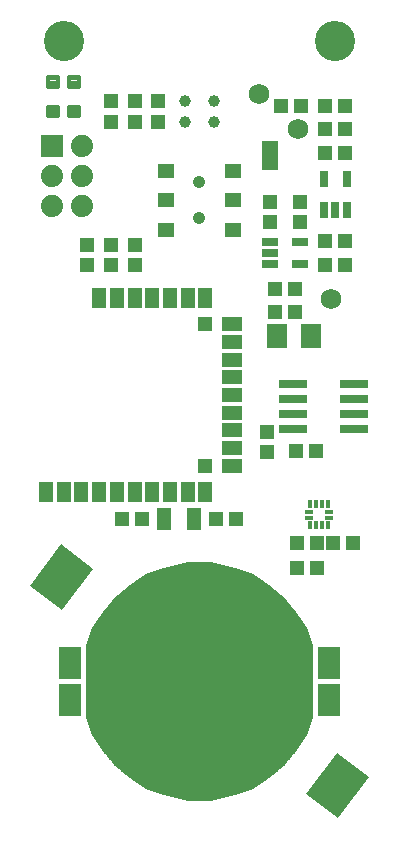
<source format=gbr>
G75*
%MOIN*%
%OFA0B0*%
%FSLAX25Y25*%
%IPPOS*%
%LPD*%
%AMOC8*
5,1,8,0,0,1.08239X$1,22.5*
%
%ADD10C,0.13398*%
%ADD11C,0.01421*%
%ADD12R,0.05131X0.04737*%
%ADD13R,0.07800X0.10800*%
%ADD14C,0.32296*%
%ADD15C,0.00500*%
%ADD16R,0.07099X0.07887*%
%ADD17R,0.04737X0.05131*%
%ADD18R,0.05524X0.02965*%
%ADD19R,0.05131X0.07493*%
%ADD20R,0.05800X0.03300*%
%ADD21R,0.04737X0.06706*%
%ADD22R,0.06706X0.04737*%
%ADD23R,0.04737X0.04737*%
%ADD24R,0.02965X0.05524*%
%ADD25C,0.03950*%
%ADD26R,0.07400X0.07400*%
%ADD27C,0.07400*%
%ADD28C,0.06800*%
%ADD29R,0.13398X0.17335*%
%ADD30R,0.09461X0.03162*%
%ADD31R,0.05328X0.04737*%
%ADD32C,0.04146*%
%ADD33R,0.01784X0.02769*%
%ADD34R,0.02769X0.01784*%
D10*
X0013780Y0261811D03*
X0104331Y0261811D03*
D11*
X0011985Y0239847D02*
X0011985Y0236531D01*
X0008669Y0236531D01*
X0008669Y0239847D01*
X0011985Y0239847D01*
X0011985Y0237951D02*
X0008669Y0237951D01*
X0008669Y0239371D02*
X0011985Y0239371D01*
X0018890Y0239847D02*
X0018890Y0236531D01*
X0015574Y0236531D01*
X0015574Y0239847D01*
X0018890Y0239847D01*
X0018890Y0237951D02*
X0015574Y0237951D01*
X0015574Y0239371D02*
X0018890Y0239371D01*
X0011985Y0249689D02*
X0011985Y0246373D01*
X0008669Y0246373D01*
X0008669Y0249689D01*
X0011985Y0249689D01*
X0011985Y0247793D02*
X0008669Y0247793D01*
X0008669Y0249213D02*
X0011985Y0249213D01*
X0018890Y0249689D02*
X0018890Y0246373D01*
X0015574Y0246373D01*
X0015574Y0249689D01*
X0018890Y0249689D01*
X0018890Y0247793D02*
X0015574Y0247793D01*
X0015574Y0249213D02*
X0018890Y0249213D01*
D12*
X0029528Y0241535D03*
X0029528Y0234843D03*
X0037402Y0241535D03*
X0037402Y0234843D03*
X0107677Y0232283D03*
X0100984Y0232283D03*
X0091142Y0125000D03*
X0097835Y0125000D03*
X0039764Y0102362D03*
X0033071Y0102362D03*
X0064567Y0102362D03*
X0071260Y0102362D03*
X0084252Y0179134D03*
X0090945Y0179134D03*
X0086220Y0240157D03*
X0092913Y0240157D03*
X0021654Y0187106D03*
X0021654Y0193799D03*
X0084252Y0171260D03*
X0090945Y0171260D03*
X0037402Y0187106D03*
X0037402Y0193799D03*
X0098327Y0094488D03*
X0091634Y0094488D03*
X0098327Y0086122D03*
X0091634Y0086122D03*
X0103445Y0094488D03*
X0110138Y0094488D03*
D13*
X0015748Y0054331D03*
X0102362Y0054331D03*
X0015748Y0042126D03*
X0102362Y0042126D03*
D14*
X0059055Y0048228D03*
D15*
X0059055Y0087598D02*
X0055118Y0087598D01*
X0047244Y0085630D01*
X0041339Y0083661D01*
X0035433Y0079724D01*
X0031102Y0076181D01*
X0027559Y0071850D01*
X0023622Y0065945D01*
X0021654Y0060039D01*
X0021654Y0048228D01*
X0059055Y0048228D01*
X0059055Y0087598D01*
X0059055Y0048356D02*
X0021654Y0048356D01*
X0021654Y0048854D02*
X0059055Y0048854D01*
X0059055Y0049353D02*
X0021654Y0049353D01*
X0021654Y0049851D02*
X0059055Y0049851D01*
X0059055Y0050350D02*
X0021654Y0050350D01*
X0021654Y0050848D02*
X0059055Y0050848D01*
X0059055Y0051347D02*
X0021654Y0051347D01*
X0021654Y0051845D02*
X0059055Y0051845D01*
X0059055Y0052344D02*
X0021654Y0052344D01*
X0021654Y0052842D02*
X0059055Y0052842D01*
X0059055Y0053341D02*
X0021654Y0053341D01*
X0021654Y0053839D02*
X0059055Y0053839D01*
X0059055Y0054338D02*
X0021654Y0054338D01*
X0021654Y0054836D02*
X0059055Y0054836D01*
X0059055Y0055335D02*
X0021654Y0055335D01*
X0021654Y0055833D02*
X0059055Y0055833D01*
X0059055Y0056332D02*
X0021654Y0056332D01*
X0021654Y0056830D02*
X0059055Y0056830D01*
X0059055Y0057329D02*
X0021654Y0057329D01*
X0021654Y0057827D02*
X0059055Y0057827D01*
X0059055Y0058326D02*
X0021654Y0058326D01*
X0021654Y0058824D02*
X0059055Y0058824D01*
X0059055Y0059323D02*
X0021654Y0059323D01*
X0021654Y0059821D02*
X0059055Y0059821D01*
X0059055Y0060320D02*
X0021747Y0060320D01*
X0021913Y0060818D02*
X0059055Y0060818D01*
X0059055Y0061317D02*
X0022079Y0061317D01*
X0022246Y0061815D02*
X0059055Y0061815D01*
X0059055Y0062314D02*
X0022412Y0062314D01*
X0022578Y0062812D02*
X0059055Y0062812D01*
X0059055Y0063311D02*
X0022744Y0063311D01*
X0022910Y0063809D02*
X0059055Y0063809D01*
X0059055Y0064308D02*
X0023076Y0064308D01*
X0023243Y0064806D02*
X0059055Y0064806D01*
X0059055Y0065305D02*
X0023409Y0065305D01*
X0023575Y0065803D02*
X0059055Y0065803D01*
X0059055Y0066302D02*
X0023860Y0066302D01*
X0024192Y0066801D02*
X0059055Y0066801D01*
X0059055Y0067299D02*
X0024525Y0067299D01*
X0024857Y0067798D02*
X0059055Y0067798D01*
X0059055Y0068296D02*
X0025189Y0068296D01*
X0025522Y0068795D02*
X0059055Y0068795D01*
X0059055Y0069293D02*
X0025854Y0069293D01*
X0026187Y0069792D02*
X0059055Y0069792D01*
X0059055Y0070290D02*
X0026519Y0070290D01*
X0026851Y0070789D02*
X0059055Y0070789D01*
X0059055Y0071287D02*
X0027184Y0071287D01*
X0027516Y0071786D02*
X0059055Y0071786D01*
X0059055Y0072284D02*
X0027914Y0072284D01*
X0028322Y0072783D02*
X0059055Y0072783D01*
X0059055Y0073281D02*
X0028730Y0073281D01*
X0029138Y0073780D02*
X0059055Y0073780D01*
X0059055Y0074278D02*
X0029545Y0074278D01*
X0029953Y0074777D02*
X0059055Y0074777D01*
X0059055Y0075275D02*
X0030361Y0075275D01*
X0030769Y0075774D02*
X0059055Y0075774D01*
X0059055Y0076272D02*
X0031214Y0076272D01*
X0031823Y0076771D02*
X0059055Y0076771D01*
X0059055Y0077269D02*
X0032432Y0077269D01*
X0033042Y0077768D02*
X0059055Y0077768D01*
X0059055Y0078266D02*
X0033651Y0078266D01*
X0034260Y0078765D02*
X0059055Y0078765D01*
X0059055Y0079263D02*
X0034870Y0079263D01*
X0035489Y0079762D02*
X0059055Y0079762D01*
X0059055Y0080260D02*
X0036237Y0080260D01*
X0036985Y0080759D02*
X0059055Y0080759D01*
X0059055Y0081257D02*
X0037732Y0081257D01*
X0038480Y0081756D02*
X0059055Y0081756D01*
X0059055Y0082254D02*
X0039228Y0082254D01*
X0039976Y0082753D02*
X0059055Y0082753D01*
X0059055Y0083251D02*
X0040724Y0083251D01*
X0041604Y0083750D02*
X0059055Y0083750D01*
X0059055Y0084248D02*
X0043100Y0084248D01*
X0044595Y0084747D02*
X0059055Y0084747D01*
X0059055Y0085245D02*
X0046091Y0085245D01*
X0047700Y0085744D02*
X0059055Y0085744D01*
X0059055Y0086242D02*
X0049694Y0086242D01*
X0051688Y0086741D02*
X0059055Y0086741D01*
X0059055Y0087239D02*
X0053682Y0087239D01*
X0059055Y0008858D02*
X0062992Y0008858D01*
X0070866Y0010827D01*
X0076772Y0012795D01*
X0082677Y0016732D01*
X0087008Y0020276D01*
X0090551Y0024606D01*
X0094488Y0030512D01*
X0096457Y0036417D01*
X0096457Y0048228D01*
X0059055Y0048228D01*
X0059055Y0008858D01*
X0059055Y0008973D02*
X0063452Y0008973D01*
X0065446Y0009472D02*
X0059055Y0009472D01*
X0059055Y0009970D02*
X0067440Y0009970D01*
X0069434Y0010469D02*
X0059055Y0010469D01*
X0059055Y0010967D02*
X0071288Y0010967D01*
X0072783Y0011466D02*
X0059055Y0011466D01*
X0059055Y0011964D02*
X0074279Y0011964D01*
X0075774Y0012463D02*
X0059055Y0012463D01*
X0059055Y0012961D02*
X0077021Y0012961D01*
X0077768Y0013460D02*
X0059055Y0013460D01*
X0059055Y0013958D02*
X0078516Y0013958D01*
X0079264Y0014457D02*
X0059055Y0014457D01*
X0059055Y0014955D02*
X0080012Y0014955D01*
X0080760Y0015454D02*
X0059055Y0015454D01*
X0059055Y0015952D02*
X0081507Y0015952D01*
X0082255Y0016451D02*
X0059055Y0016451D01*
X0059055Y0016949D02*
X0082943Y0016949D01*
X0083552Y0017448D02*
X0059055Y0017448D01*
X0059055Y0017946D02*
X0084161Y0017946D01*
X0084770Y0018445D02*
X0059055Y0018445D01*
X0059055Y0018943D02*
X0085380Y0018943D01*
X0085989Y0019442D02*
X0059055Y0019442D01*
X0059055Y0019940D02*
X0086598Y0019940D01*
X0087142Y0020439D02*
X0059055Y0020439D01*
X0059055Y0020937D02*
X0087549Y0020937D01*
X0087957Y0021436D02*
X0059055Y0021436D01*
X0059055Y0021934D02*
X0088365Y0021934D01*
X0088773Y0022433D02*
X0059055Y0022433D01*
X0059055Y0022932D02*
X0089181Y0022932D01*
X0089589Y0023430D02*
X0059055Y0023430D01*
X0059055Y0023929D02*
X0089997Y0023929D01*
X0090405Y0024427D02*
X0059055Y0024427D01*
X0059055Y0024926D02*
X0090764Y0024926D01*
X0091096Y0025424D02*
X0059055Y0025424D01*
X0059055Y0025923D02*
X0091429Y0025923D01*
X0091761Y0026421D02*
X0059055Y0026421D01*
X0059055Y0026920D02*
X0092093Y0026920D01*
X0092426Y0027418D02*
X0059055Y0027418D01*
X0059055Y0027917D02*
X0092758Y0027917D01*
X0093090Y0028415D02*
X0059055Y0028415D01*
X0059055Y0028914D02*
X0093423Y0028914D01*
X0093755Y0029412D02*
X0059055Y0029412D01*
X0059055Y0029911D02*
X0094087Y0029911D01*
X0094420Y0030409D02*
X0059055Y0030409D01*
X0059055Y0030908D02*
X0094620Y0030908D01*
X0094786Y0031406D02*
X0059055Y0031406D01*
X0059055Y0031905D02*
X0094952Y0031905D01*
X0095119Y0032403D02*
X0059055Y0032403D01*
X0059055Y0032902D02*
X0095285Y0032902D01*
X0095451Y0033400D02*
X0059055Y0033400D01*
X0059055Y0033899D02*
X0095617Y0033899D01*
X0095783Y0034397D02*
X0059055Y0034397D01*
X0059055Y0034896D02*
X0095950Y0034896D01*
X0096116Y0035394D02*
X0059055Y0035394D01*
X0059055Y0035893D02*
X0096282Y0035893D01*
X0096448Y0036391D02*
X0059055Y0036391D01*
X0059055Y0036890D02*
X0096457Y0036890D01*
X0096457Y0037388D02*
X0059055Y0037388D01*
X0059055Y0037887D02*
X0096457Y0037887D01*
X0096457Y0038385D02*
X0059055Y0038385D01*
X0059055Y0038884D02*
X0096457Y0038884D01*
X0096457Y0039382D02*
X0059055Y0039382D01*
X0059055Y0039881D02*
X0096457Y0039881D01*
X0096457Y0040379D02*
X0059055Y0040379D01*
X0059055Y0040878D02*
X0096457Y0040878D01*
X0096457Y0041376D02*
X0059055Y0041376D01*
X0059055Y0041875D02*
X0096457Y0041875D01*
X0096457Y0042373D02*
X0059055Y0042373D01*
X0059055Y0042872D02*
X0096457Y0042872D01*
X0096457Y0043370D02*
X0059055Y0043370D01*
X0059055Y0043869D02*
X0096457Y0043869D01*
X0096457Y0044368D02*
X0059055Y0044368D01*
X0059055Y0044866D02*
X0096457Y0044866D01*
X0096457Y0045365D02*
X0059055Y0045365D01*
X0059055Y0045863D02*
X0096457Y0045863D01*
X0096457Y0046362D02*
X0059055Y0046362D01*
X0059055Y0046860D02*
X0096457Y0046860D01*
X0096457Y0047359D02*
X0059055Y0047359D01*
X0059055Y0047857D02*
X0096457Y0047857D01*
X0096457Y0048228D02*
X0096457Y0060039D01*
X0094488Y0065945D01*
X0090551Y0071850D01*
X0087008Y0076181D01*
X0082677Y0079724D01*
X0076772Y0083661D01*
X0070866Y0085630D01*
X0062992Y0087598D01*
X0059055Y0087598D01*
X0059055Y0048228D01*
X0096457Y0048228D01*
X0096457Y0048356D02*
X0059055Y0048356D01*
X0059055Y0048854D02*
X0096457Y0048854D01*
X0096457Y0049353D02*
X0059055Y0049353D01*
X0059055Y0049851D02*
X0096457Y0049851D01*
X0096457Y0050350D02*
X0059055Y0050350D01*
X0059055Y0050848D02*
X0096457Y0050848D01*
X0096457Y0051347D02*
X0059055Y0051347D01*
X0059055Y0051845D02*
X0096457Y0051845D01*
X0096457Y0052344D02*
X0059055Y0052344D01*
X0059055Y0052842D02*
X0096457Y0052842D01*
X0096457Y0053341D02*
X0059055Y0053341D01*
X0059055Y0053839D02*
X0096457Y0053839D01*
X0096457Y0054338D02*
X0059055Y0054338D01*
X0059055Y0054836D02*
X0096457Y0054836D01*
X0096457Y0055335D02*
X0059055Y0055335D01*
X0059055Y0055833D02*
X0096457Y0055833D01*
X0096457Y0056332D02*
X0059055Y0056332D01*
X0059055Y0056830D02*
X0096457Y0056830D01*
X0096457Y0057329D02*
X0059055Y0057329D01*
X0059055Y0057827D02*
X0096457Y0057827D01*
X0096457Y0058326D02*
X0059055Y0058326D01*
X0059055Y0058824D02*
X0096457Y0058824D01*
X0096457Y0059323D02*
X0059055Y0059323D01*
X0059055Y0059821D02*
X0096457Y0059821D01*
X0096363Y0060320D02*
X0059055Y0060320D01*
X0059055Y0060818D02*
X0096197Y0060818D01*
X0096031Y0061317D02*
X0059055Y0061317D01*
X0059055Y0061815D02*
X0095865Y0061815D01*
X0095699Y0062314D02*
X0059055Y0062314D01*
X0059055Y0062812D02*
X0095532Y0062812D01*
X0095366Y0063311D02*
X0059055Y0063311D01*
X0059055Y0063809D02*
X0095200Y0063809D01*
X0095034Y0064308D02*
X0059055Y0064308D01*
X0059055Y0064806D02*
X0094868Y0064806D01*
X0094701Y0065305D02*
X0059055Y0065305D01*
X0059055Y0065803D02*
X0094535Y0065803D01*
X0094250Y0066302D02*
X0059055Y0066302D01*
X0059055Y0066801D02*
X0093918Y0066801D01*
X0093585Y0067299D02*
X0059055Y0067299D01*
X0059055Y0067798D02*
X0093253Y0067798D01*
X0092921Y0068296D02*
X0059055Y0068296D01*
X0059055Y0068795D02*
X0092588Y0068795D01*
X0092256Y0069293D02*
X0059055Y0069293D01*
X0059055Y0069792D02*
X0091924Y0069792D01*
X0091591Y0070290D02*
X0059055Y0070290D01*
X0059055Y0070789D02*
X0091259Y0070789D01*
X0090927Y0071287D02*
X0059055Y0071287D01*
X0059055Y0071786D02*
X0090594Y0071786D01*
X0090196Y0072284D02*
X0059055Y0072284D01*
X0059055Y0072783D02*
X0089788Y0072783D01*
X0089381Y0073281D02*
X0059055Y0073281D01*
X0059055Y0073780D02*
X0088973Y0073780D01*
X0088565Y0074278D02*
X0059055Y0074278D01*
X0059055Y0074777D02*
X0088157Y0074777D01*
X0087749Y0075275D02*
X0059055Y0075275D01*
X0059055Y0075774D02*
X0087341Y0075774D01*
X0086896Y0076272D02*
X0059055Y0076272D01*
X0059055Y0076771D02*
X0086287Y0076771D01*
X0085678Y0077269D02*
X0059055Y0077269D01*
X0059055Y0077768D02*
X0085069Y0077768D01*
X0084459Y0078266D02*
X0059055Y0078266D01*
X0059055Y0078765D02*
X0083850Y0078765D01*
X0083241Y0079263D02*
X0059055Y0079263D01*
X0059055Y0079762D02*
X0082621Y0079762D01*
X0081873Y0080260D02*
X0059055Y0080260D01*
X0059055Y0080759D02*
X0081126Y0080759D01*
X0080378Y0081257D02*
X0059055Y0081257D01*
X0059055Y0081756D02*
X0079630Y0081756D01*
X0078882Y0082254D02*
X0059055Y0082254D01*
X0059055Y0082753D02*
X0078134Y0082753D01*
X0077387Y0083251D02*
X0059055Y0083251D01*
X0059055Y0083750D02*
X0076506Y0083750D01*
X0075011Y0084248D02*
X0059055Y0084248D01*
X0059055Y0084747D02*
X0073515Y0084747D01*
X0072020Y0085245D02*
X0059055Y0085245D01*
X0059055Y0085744D02*
X0070410Y0085744D01*
X0068416Y0086242D02*
X0059055Y0086242D01*
X0059055Y0086741D02*
X0066422Y0086741D01*
X0064428Y0087239D02*
X0059055Y0087239D01*
X0021654Y0048228D02*
X0021654Y0036417D01*
X0023622Y0030512D01*
X0027559Y0024606D01*
X0031102Y0020276D01*
X0035433Y0016732D01*
X0041339Y0012795D01*
X0047244Y0010827D01*
X0055118Y0008858D01*
X0059055Y0008858D01*
X0059055Y0048228D01*
X0021654Y0048228D01*
X0054658Y0008973D02*
X0059055Y0008973D01*
X0059055Y0009472D02*
X0052664Y0009472D01*
X0050670Y0009970D02*
X0059055Y0009970D01*
X0059055Y0010469D02*
X0048676Y0010469D01*
X0046823Y0010967D02*
X0059055Y0010967D01*
X0059055Y0011466D02*
X0045327Y0011466D01*
X0043832Y0011964D02*
X0059055Y0011964D01*
X0059055Y0012463D02*
X0042336Y0012463D01*
X0041090Y0012961D02*
X0059055Y0012961D01*
X0059055Y0013460D02*
X0040342Y0013460D01*
X0039594Y0013958D02*
X0059055Y0013958D01*
X0059055Y0014457D02*
X0038846Y0014457D01*
X0038098Y0014955D02*
X0059055Y0014955D01*
X0059055Y0015454D02*
X0037351Y0015454D01*
X0036603Y0015952D02*
X0059055Y0015952D01*
X0059055Y0016451D02*
X0035855Y0016451D01*
X0035168Y0016949D02*
X0059055Y0016949D01*
X0059055Y0017448D02*
X0034558Y0017448D01*
X0033949Y0017946D02*
X0059055Y0017946D01*
X0059055Y0018445D02*
X0033340Y0018445D01*
X0032731Y0018943D02*
X0059055Y0018943D01*
X0059055Y0019442D02*
X0032121Y0019442D01*
X0031512Y0019940D02*
X0059055Y0019940D01*
X0059055Y0020439D02*
X0030969Y0020439D01*
X0030561Y0020937D02*
X0059055Y0020937D01*
X0059055Y0021436D02*
X0030153Y0021436D01*
X0029745Y0021934D02*
X0059055Y0021934D01*
X0059055Y0022433D02*
X0029337Y0022433D01*
X0028929Y0022932D02*
X0059055Y0022932D01*
X0059055Y0023430D02*
X0028521Y0023430D01*
X0028114Y0023929D02*
X0059055Y0023929D01*
X0059055Y0024427D02*
X0027706Y0024427D01*
X0027346Y0024926D02*
X0059055Y0024926D01*
X0059055Y0025424D02*
X0027014Y0025424D01*
X0026682Y0025923D02*
X0059055Y0025923D01*
X0059055Y0026421D02*
X0026349Y0026421D01*
X0026017Y0026920D02*
X0059055Y0026920D01*
X0059055Y0027418D02*
X0025684Y0027418D01*
X0025352Y0027917D02*
X0059055Y0027917D01*
X0059055Y0028415D02*
X0025020Y0028415D01*
X0024687Y0028914D02*
X0059055Y0028914D01*
X0059055Y0029412D02*
X0024355Y0029412D01*
X0024023Y0029911D02*
X0059055Y0029911D01*
X0059055Y0030409D02*
X0023690Y0030409D01*
X0023490Y0030908D02*
X0059055Y0030908D01*
X0059055Y0031406D02*
X0023324Y0031406D01*
X0023158Y0031905D02*
X0059055Y0031905D01*
X0059055Y0032403D02*
X0022992Y0032403D01*
X0022825Y0032902D02*
X0059055Y0032902D01*
X0059055Y0033400D02*
X0022659Y0033400D01*
X0022493Y0033899D02*
X0059055Y0033899D01*
X0059055Y0034397D02*
X0022327Y0034397D01*
X0022161Y0034896D02*
X0059055Y0034896D01*
X0059055Y0035394D02*
X0021995Y0035394D01*
X0021828Y0035893D02*
X0059055Y0035893D01*
X0059055Y0036391D02*
X0021662Y0036391D01*
X0021654Y0036890D02*
X0059055Y0036890D01*
X0059055Y0037388D02*
X0021654Y0037388D01*
X0021654Y0037887D02*
X0059055Y0037887D01*
X0059055Y0038385D02*
X0021654Y0038385D01*
X0021654Y0038884D02*
X0059055Y0038884D01*
X0059055Y0039382D02*
X0021654Y0039382D01*
X0021654Y0039881D02*
X0059055Y0039881D01*
X0059055Y0040379D02*
X0021654Y0040379D01*
X0021654Y0040878D02*
X0059055Y0040878D01*
X0059055Y0041376D02*
X0021654Y0041376D01*
X0021654Y0041875D02*
X0059055Y0041875D01*
X0059055Y0042373D02*
X0021654Y0042373D01*
X0021654Y0042872D02*
X0059055Y0042872D01*
X0059055Y0043370D02*
X0021654Y0043370D01*
X0021654Y0043869D02*
X0059055Y0043869D01*
X0059055Y0044368D02*
X0021654Y0044368D01*
X0021654Y0044866D02*
X0059055Y0044866D01*
X0059055Y0045365D02*
X0021654Y0045365D01*
X0021654Y0045863D02*
X0059055Y0045863D01*
X0059055Y0046362D02*
X0021654Y0046362D01*
X0021654Y0046860D02*
X0059055Y0046860D01*
X0059055Y0047359D02*
X0021654Y0047359D01*
X0021654Y0047857D02*
X0059055Y0047857D01*
D16*
X0085039Y0163386D03*
X0096063Y0163386D03*
D17*
X0082677Y0201378D03*
X0082677Y0208071D03*
X0092520Y0201378D03*
X0092520Y0208071D03*
X0100984Y0187008D03*
X0107677Y0187008D03*
X0045276Y0234843D03*
X0045276Y0241535D03*
X0100984Y0194882D03*
X0107677Y0194882D03*
X0107677Y0240157D03*
X0100984Y0240157D03*
X0107677Y0224409D03*
X0100984Y0224409D03*
X0029528Y0193799D03*
X0029528Y0187106D03*
X0081693Y0124606D03*
X0081693Y0131299D03*
D18*
X0082480Y0194685D03*
X0082480Y0190945D03*
X0082480Y0187205D03*
X0092717Y0187205D03*
X0092717Y0194685D03*
D19*
X0057087Y0102362D03*
X0047244Y0102362D03*
D20*
X0082677Y0226625D03*
X0082677Y0223425D03*
X0082677Y0220225D03*
D21*
X0007874Y0111220D03*
X0013780Y0111220D03*
X0019685Y0111220D03*
X0025591Y0111220D03*
X0031496Y0111220D03*
X0037402Y0111220D03*
X0043307Y0111220D03*
X0049213Y0111220D03*
X0055118Y0111220D03*
X0061024Y0111220D03*
X0061024Y0176181D03*
X0055118Y0176181D03*
X0049213Y0176181D03*
X0043307Y0176181D03*
X0037402Y0176181D03*
X0031496Y0176181D03*
X0025591Y0176181D03*
D22*
X0069882Y0120079D03*
X0069882Y0125984D03*
X0069882Y0131890D03*
X0069882Y0137795D03*
X0069882Y0143701D03*
X0069882Y0149606D03*
X0069882Y0155512D03*
X0069882Y0161417D03*
X0069882Y0167323D03*
D23*
X0061024Y0120079D03*
X0061024Y0167323D03*
D24*
X0100591Y0205512D03*
X0104331Y0205512D03*
X0108071Y0205512D03*
X0108071Y0215748D03*
X0100591Y0215748D03*
D25*
X0063898Y0241535D03*
X0063898Y0234843D03*
X0054213Y0241535D03*
X0054213Y0234843D03*
D26*
X0009764Y0226535D03*
D27*
X0019764Y0226535D03*
X0009764Y0216535D03*
X0019764Y0216535D03*
X0009764Y0206535D03*
X0019764Y0206535D03*
D28*
X0078740Y0244094D03*
X0092028Y0232283D03*
X0102854Y0175689D03*
D29*
G36*
X0013126Y0071986D02*
X0002427Y0080049D01*
X0012858Y0093892D01*
X0023557Y0085829D01*
X0013126Y0071986D01*
G37*
G36*
X0105252Y0002564D02*
X0094553Y0010627D01*
X0104984Y0024470D01*
X0115683Y0016407D01*
X0105252Y0002564D01*
G37*
D30*
X0110630Y0137264D03*
X0090157Y0137264D03*
X0110630Y0132264D03*
X0110630Y0142264D03*
X0110630Y0147264D03*
X0090157Y0132264D03*
X0090157Y0142264D03*
X0090157Y0147264D03*
D31*
X0070177Y0198819D03*
X0070177Y0208661D03*
X0070177Y0218504D03*
X0047933Y0198819D03*
X0047933Y0208661D03*
X0047933Y0218504D03*
D32*
X0059055Y0202756D03*
X0059055Y0214567D03*
D33*
X0101870Y0107283D03*
X0099902Y0107283D03*
X0097933Y0107283D03*
X0095965Y0107283D03*
X0095965Y0100394D03*
X0097933Y0100394D03*
X0099902Y0100394D03*
X0101870Y0100394D03*
D34*
X0095472Y0104823D03*
X0102362Y0102854D03*
X0102362Y0104823D03*
X0095472Y0102854D03*
M02*

</source>
